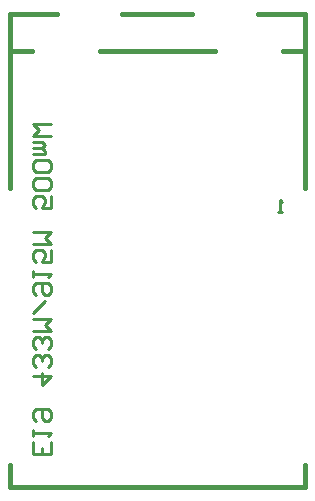
<source format=gbo>
G04*
G04 #@! TF.GenerationSoftware,Altium Limited,Altium Designer,20.0.1 (14)*
G04*
G04 Layer_Color=32896*
%FSLAX44Y44*%
%MOMM*%
G71*
G01*
G75*
%ADD10C,0.2540*%
%ADD68C,0.4000*%
D10*
X112735Y195157D02*
Y185000D01*
X97500D01*
Y195157D01*
X105118Y185000D02*
Y190078D01*
X97500Y200235D02*
Y205313D01*
Y202774D01*
X112735D01*
X110196Y200235D01*
X100039Y212931D02*
X97500Y215470D01*
Y220548D01*
X100039Y223088D01*
X110196D01*
X112735Y220548D01*
Y215470D01*
X110196Y212931D01*
X107657D01*
X105118Y215470D01*
Y223088D01*
X97500Y251019D02*
X112735D01*
X105118Y243401D01*
Y253558D01*
X110196Y258636D02*
X112735Y261175D01*
Y266254D01*
X110196Y268793D01*
X107657D01*
X105118Y266254D01*
Y263715D01*
Y266254D01*
X102578Y268793D01*
X100039D01*
X97500Y266254D01*
Y261175D01*
X100039Y258636D01*
X110196Y273871D02*
X112735Y276410D01*
Y281489D01*
X110196Y284028D01*
X107657D01*
X105118Y281489D01*
Y278950D01*
Y281489D01*
X102578Y284028D01*
X100039D01*
X97500Y281489D01*
Y276410D01*
X100039Y273871D01*
X97500Y289106D02*
X112735D01*
X107657Y294185D01*
X112735Y299263D01*
X97500D01*
Y304341D02*
X107657Y314498D01*
X100039Y319576D02*
X97500Y322116D01*
Y327194D01*
X100039Y329733D01*
X110196D01*
X112735Y327194D01*
Y322116D01*
X110196Y319576D01*
X107657D01*
X105118Y322116D01*
Y329733D01*
X97500Y334812D02*
Y339890D01*
Y337351D01*
X112735D01*
X110196Y334812D01*
X112735Y357664D02*
Y347507D01*
X105118D01*
X107657Y352586D01*
Y355125D01*
X105118Y357664D01*
X100039D01*
X97500Y355125D01*
Y350047D01*
X100039Y347507D01*
X97500Y362743D02*
X112735D01*
X107657Y367821D01*
X112735Y372899D01*
X97500D01*
X112735Y403369D02*
Y393213D01*
X105118D01*
X107657Y398291D01*
Y400830D01*
X105118Y403369D01*
X100039D01*
X97500Y400830D01*
Y395752D01*
X100039Y393213D01*
X110196Y408448D02*
X112735Y410987D01*
Y416065D01*
X110196Y418604D01*
X100039D01*
X97500Y416065D01*
Y410987D01*
X100039Y408448D01*
X110196D01*
Y423683D02*
X112735Y426222D01*
Y431300D01*
X110196Y433839D01*
X100039D01*
X97500Y431300D01*
Y426222D01*
X100039Y423683D01*
X110196D01*
X97500Y438918D02*
X107657D01*
Y441457D01*
X105118Y443996D01*
X97500D01*
X105118D01*
X107657Y446535D01*
X105118Y449075D01*
X97500D01*
X112735Y454153D02*
X97500D01*
X102578Y459231D01*
X97500Y464310D01*
X112735D01*
X307500Y390000D02*
X304168D01*
X305834D01*
Y399997D01*
X307500Y398331D01*
D68*
X153500Y526000D02*
X251100D01*
X327500Y410000D02*
Y557000D01*
Y157000D02*
Y175000D01*
X77500Y157000D02*
X327500D01*
X77500Y557000D02*
X117500D01*
X172100D02*
X232100D01*
X287500D02*
X327500D01*
X77500Y410000D02*
Y557000D01*
Y157000D02*
Y175000D01*
Y526000D02*
X96500D01*
X308500D02*
X327500D01*
M02*

</source>
